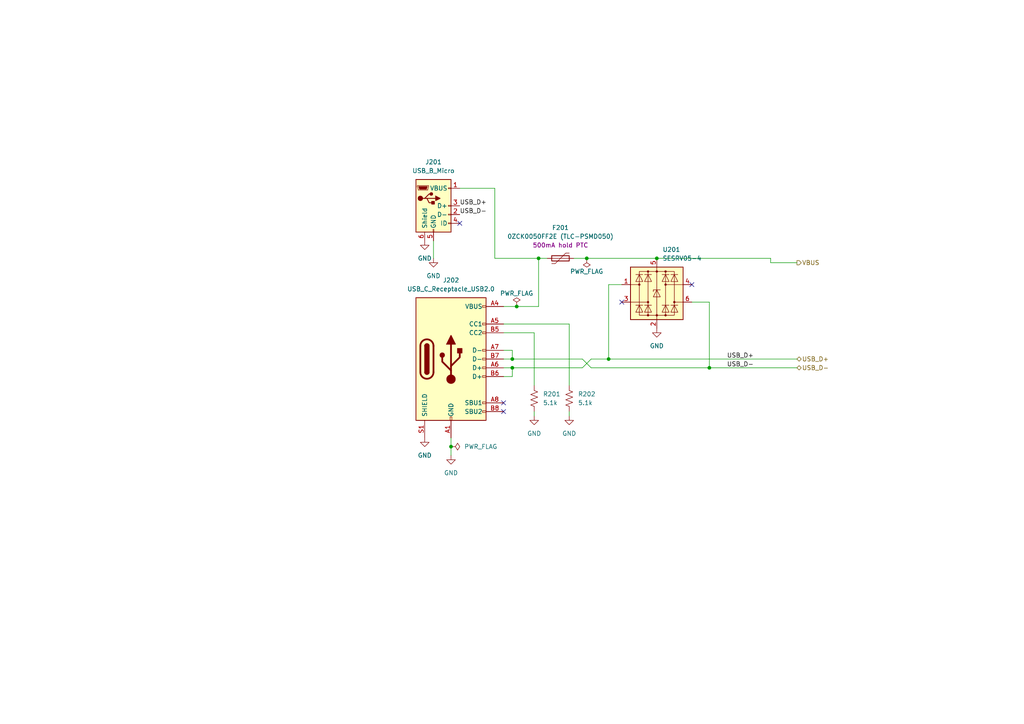
<source format=kicad_sch>
(kicad_sch (version 20231120) (generator "eeschema") (generator_version "8.0")
  (paper "A4")
  (title_block (title "ESP-Flash") (date "2023-02-15") (rev "v1.2.0") (company "OSH"))
  (lib_symbols
    (symbol "Connector:USB_B_Micro" (pin_names (offset 1.016))
      (property "Reference" "J" (at -5.08 11.43 0))
      (property "Value" "USB_B_Micro" (at -5.08 8.89 0))
      (symbol "USB_B_Micro_0_1"
        (rectangle (start -5.08 -7.62) (end 5.08 7.62) (stroke (width 0.254)) (fill (type background)))
        (circle (center -3.81 2.159) (radius 0.635) (stroke (width 0.254)) (fill (type outline)))
        (circle (center -0.635 3.429) (radius 0.381) (stroke (width 0.254)) (fill (type outline)))
        (rectangle (start -0.127 -7.62) (end 0.127 -6.858))
        (polyline (pts (xy -1.905 2.159) (xy 0.635 2.159)) (stroke (width 0.254)))
        (polyline (pts (xy -3.175 2.159) (xy -2.54 2.159) (xy -1.27 3.429) (xy -0.635 3.429)) (stroke (width 0.254)))
        (polyline (pts (xy -2.54 2.159) (xy -1.905 2.159) (xy -1.27 0.889) (xy 0 0.889)) (stroke (width 0.254)))
        (polyline (pts (xy 0.635 2.794) (xy 0.635 1.524) (xy 1.905 2.159) (xy 0.635 2.794)) (stroke (width 0.254)) (fill (type outline)))
        (polyline (pts (xy -4.318 5.588) (xy -1.778 5.588) (xy -2.032 4.826) (xy -4.064 4.826) (xy -4.318 5.588)) (fill (type outline)))
        (polyline (pts (xy -4.699 5.842) (xy -4.699 5.588) (xy -4.445 4.826) (xy -4.445 4.572) (xy -1.651 4.572) (xy -1.651 4.826) (xy -1.397 5.588) (xy -1.397 5.842) (xy -4.699 5.842)))
        (rectangle (start 0.254 1.27) (end -0.508 0.508) (stroke (width 0.254)) (fill (type outline)))
        (rectangle (start 5.08 -5.207) (end 4.318 -4.953))
        (rectangle (start 5.08 -2.667) (end 4.318 -2.413))
        (rectangle (start 5.08 -0.127) (end 4.318 0.127))
        (rectangle (start 5.08 4.953) (end 4.318 5.207))
      )
      (symbol "USB_B_Micro_1_1"
        (pin power_out line (at 7.62 5.08 180) (length 2.54) (name "VBUS") (number "1"))
        (pin bidirectional line (at 7.62 -2.54 180) (length 2.54) (name "D-") (number "2"))
        (pin bidirectional line (at 7.62 0 180) (length 2.54) (name "D+") (number "3"))
        (pin passive line (at 7.62 -5.08 180) (length 2.54) (name "ID") (number "4"))
        (pin power_out line (at 0 -10.16 90) (length 2.54) (name "GND") (number "5"))
        (pin passive line (at -2.54 -10.16 90) (length 2.54) (name "Shield") (number "6"))
      )
    )
    (symbol "Connector:USB_C_Receptacle_USB2.0" (pin_names (offset 1.016))
      (property "Reference" "J" (at -10.16 19.05 0))
      (property "Value" "USB_C_Receptacle_USB2.0" (at 19.05 19.05 0))
      (symbol "USB_C_Receptacle_USB2.0_0_0"
        (rectangle (start -0.254 -17.78) (end 0.254 -16.764))
        (rectangle (start 10.16 -14.986) (end 9.144 -15.494))
        (rectangle (start 10.16 -12.446) (end 9.144 -12.954))
        (rectangle (start 10.16 -4.826) (end 9.144 -5.334))
        (rectangle (start 10.16 -2.286) (end 9.144 -2.794))
        (rectangle (start 10.16 0.254) (end 9.144 -0.254))
        (rectangle (start 10.16 2.794) (end 9.144 2.286))
        (rectangle (start 10.16 7.874) (end 9.144 7.366))
        (rectangle (start 10.16 10.414) (end 9.144 9.906))
        (rectangle (start 10.16 15.494) (end 9.144 14.986))
      )
      (symbol "USB_C_Receptacle_USB2.0_0_1"
        (rectangle (start -10.16 17.78) (end 10.16 -17.78) (stroke (width 0.254)) (fill (type background)))
        (arc (start -8.89 -3.81) (mid -6.985 -5.7067) (end -5.08 -3.81) (stroke (width 0.508)))
        (arc (start -7.62 -3.81) (mid -6.985 -4.4423) (end -6.35 -3.81) (stroke (width 0.254)))
        (arc (start -7.62 -3.81) (mid -6.985 -4.4423) (end -6.35 -3.81) (stroke (width 0.254)) (fill (type outline)))
        (rectangle (start -7.62 -3.81) (end -6.35 3.81) (stroke (width 0.254)) (fill (type outline)))
        (arc (start -6.35 3.81) (mid -6.985 4.4423) (end -7.62 3.81) (stroke (width 0.254)))
        (arc (start -6.35 3.81) (mid -6.985 4.4423) (end -7.62 3.81) (stroke (width 0.254)) (fill (type outline)))
        (arc (start -5.08 3.81) (mid -6.985 5.7067) (end -8.89 3.81) (stroke (width 0.508)))
        (circle (center -2.54 1.143) (radius 0.635) (stroke (width 0.254)) (fill (type outline)))
        (circle (center 0 -5.842) (radius 1.27) (fill (type outline)))
        (polyline (pts (xy -8.89 -3.81) (xy -8.89 3.81)) (stroke (width 0.508)))
        (polyline (pts (xy -5.08 3.81) (xy -5.08 -3.81)) (stroke (width 0.508)))
        (polyline (pts (xy 0 -5.842) (xy 0 4.318)) (stroke (width 0.508)))
        (polyline (pts (xy 0 -3.302) (xy -2.54 -0.762) (xy -2.54 0.508)) (stroke (width 0.508)))
        (polyline (pts (xy 0 -2.032) (xy 2.54 0.508) (xy 2.54 1.778)) (stroke (width 0.508)))
        (polyline (pts (xy -1.27 4.318) (xy 0 6.858) (xy 1.27 4.318) (xy -1.27 4.318)) (stroke (width 0.254)) (fill (type outline)))
        (rectangle (start 1.905 1.778) (end 3.175 3.048) (stroke (width 0.254)) (fill (type outline)))
      )
      (symbol "USB_C_Receptacle_USB2.0_1_1"
        (pin passive line (at 0 -22.86 90) (length 5.08) (name "GND") (number "A1"))
        (pin passive line (at 0 -22.86 90) (length 5.08) hide (name "GND") (number "A12"))
        (pin passive line (at 15.24 15.24 180) (length 5.08) (name "VBUS") (number "A4"))
        (pin bidirectional line (at 15.24 10.16 180) (length 5.08) (name "CC1") (number "A5"))
        (pin bidirectional line (at 15.24 -2.54 180) (length 5.08) (name "D+") (number "A6"))
        (pin bidirectional line (at 15.24 2.54 180) (length 5.08) (name "D-") (number "A7"))
        (pin bidirectional line (at 15.24 -12.7 180) (length 5.08) (name "SBU1") (number "A8"))
        (pin passive line (at 15.24 15.24 180) (length 5.08) hide (name "VBUS") (number "A9"))
        (pin passive line (at 0 -22.86 90) (length 5.08) hide (name "GND") (number "B1"))
        (pin passive line (at 0 -22.86 90) (length 5.08) hide (name "GND") (number "B12"))
        (pin passive line (at 15.24 15.24 180) (length 5.08) hide (name "VBUS") (number "B4"))
        (pin bidirectional line (at 15.24 7.62 180) (length 5.08) (name "CC2") (number "B5"))
        (pin bidirectional line (at 15.24 -5.08 180) (length 5.08) (name "D+") (number "B6"))
        (pin bidirectional line (at 15.24 0 180) (length 5.08) (name "D-") (number "B7"))
        (pin bidirectional line (at 15.24 -15.24 180) (length 5.08) (name "SBU2") (number "B8"))
        (pin passive line (at 15.24 15.24 180) (length 5.08) hide (name "VBUS") (number "B9"))
        (pin passive line (at -7.62 -22.86 90) (length 5.08) (name "SHIELD") (number "S1"))
      )
    )
    (symbol "Device:Polyfuse" (pin_numbers hide) (pin_names (offset 0))
      (property "Reference" "F" (at -2.54 0 90))
      (property "Value" "Polyfuse" (at 2.54 0 90))
      (symbol "Polyfuse_0_1"
        (rectangle (start -0.762 2.54) (end 0.762 -2.54) (stroke (width 0.254)))
        (polyline (pts (xy 0 2.54) (xy 0 -2.54)))
        (polyline (pts (xy -1.524 2.54) (xy -1.524 1.524) (xy 1.524 -1.524) (xy 1.524 -2.54)))
      )
      (symbol "Polyfuse_1_1"
        (pin passive line (at 0 3.81 270) (length 1.27) (name "~") (number "1"))
        (pin passive line (at 0 -3.81 90) (length 1.27) (name "~") (number "2"))
      )
    )
    (symbol "Device:R_US" (pin_numbers hide) (pin_names (offset 0))
      (property "Reference" "R" (at 2.54 0 90))
      (property "Value" "R_US" (at -2.54 0 90))
      (symbol "R_US_0_1"
        (polyline (pts (xy 0 -2.286) (xy 0 -2.54)))
        (polyline (pts (xy 0 2.286) (xy 0 2.54)))
        (polyline (pts (xy 0 -0.762) (xy 1.016 -1.143) (xy 0 -1.524) (xy -1.016 -1.905) (xy 0 -2.286)))
        (polyline (pts (xy 0 0.762) (xy 1.016 0.381) (xy 0 0) (xy -1.016 -0.381) (xy 0 -0.762)))
        (polyline (pts (xy 0 2.286) (xy 1.016 1.905) (xy 0 1.524) (xy -1.016 1.143) (xy 0 0.762)))
      )
      (symbol "R_US_1_1"
        (pin passive line (at 0 3.81 270) (length 1.27) (name "~") (number "1"))
        (pin passive line (at 0 -3.81 90) (length 1.27) (name "~") (number "2"))
      )
    )
    (symbol "Power_Protection_custom:SESRV05-4" (pin_names hide)
      (property "Reference" "U" (at 2.54 8.89 0))
      (property "Value" "SESRV05-4" (at 2.54 -8.89 0))
      (symbol "SESRV05-4_0_1"
        (rectangle (start -7.62 7.62) (end 7.62 -7.62) (stroke (width 0.254)) (fill (type background)))
        (circle (center -5.08 2.54) (radius 0.254) (fill (type outline)))
        (circle (center -2.54 -6.35) (radius 0.254) (fill (type outline)))
        (circle (center -2.54 -2.54) (radius 0.254) (fill (type outline)))
        (circle (center -2.54 6.35) (radius 0.254) (fill (type outline)))
        (rectangle (start -2.54 6.35) (end 2.54 -6.35))
        (circle (center 0 -6.35) (radius 0.254) (fill (type outline)))
        (polyline (pts (xy -5.08 2.54) (xy -7.62 2.54)))
        (polyline (pts (xy -4.064 -3.429) (xy -6.096 -3.429)))
        (polyline (pts (xy -4.064 5.461) (xy -6.096 5.461)))
        (polyline (pts (xy -2.54 -2.54) (xy -7.62 -2.54)))
        (polyline (pts (xy -1.524 -3.429) (xy -3.556 -3.429)))
        (polyline (pts (xy -1.524 5.461) (xy -3.556 5.461)))
        (polyline (pts (xy 0 -7.62) (xy 0 -6.35)))
        (polyline (pts (xy 0 -6.35) (xy 0 1.27)))
        (polyline (pts (xy 0 1.27) (xy 0 6.35)))
        (polyline (pts (xy 0 6.35) (xy 0 7.62)))
        (polyline (pts (xy 1.524 -3.429) (xy 3.556 -3.429)))
        (polyline (pts (xy 1.524 5.461) (xy 3.556 5.461)))
        (polyline (pts (xy 2.54 2.54) (xy 7.62 2.54)))
        (polyline (pts (xy 4.064 -3.429) (xy 6.096 -3.429)))
        (polyline (pts (xy 4.064 5.461) (xy 6.096 5.461)))
        (polyline (pts (xy 5.08 -2.54) (xy 7.62 -2.54)))
        (polyline (pts (xy -6.096 -5.461) (xy -4.064 -5.461) (xy -5.08 -3.429) (xy -6.096 -5.461)))
        (polyline (pts (xy -6.096 3.429) (xy -4.064 3.429) (xy -5.08 5.461) (xy -6.096 3.429)))
        (polyline (pts (xy -3.556 -5.461) (xy -1.524 -5.461) (xy -2.54 -3.429) (xy -3.556 -5.461)))
        (polyline (pts (xy -3.556 3.429) (xy -1.524 3.429) (xy -2.54 5.461) (xy -3.556 3.429)))
        (polyline (pts (xy -2.54 6.35) (xy -5.08 6.35) (xy -5.08 -6.35) (xy -2.54 -6.35)))
        (polyline (pts (xy -1.016 -1.016) (xy 1.016 -1.016) (xy 0 1.016) (xy -1.016 -1.016)))
        (polyline (pts (xy 1.016 1.016) (xy 0.762 1.016) (xy -1.016 1.016) (xy -1.016 0.508)))
        (polyline (pts (xy 2.54 6.35) (xy 5.08 6.35) (xy 5.08 -6.35) (xy 2.54 -6.35)))
        (polyline (pts (xy 3.556 -5.461) (xy 1.524 -5.461) (xy 2.54 -3.429) (xy 3.556 -5.461)))
        (polyline (pts (xy 3.556 3.429) (xy 1.524 3.429) (xy 2.54 5.461) (xy 3.556 3.429)))
        (polyline (pts (xy 6.096 -5.461) (xy 4.064 -5.461) (xy 5.08 -3.429) (xy 6.096 -5.461)))
        (polyline (pts (xy 6.096 3.429) (xy 4.064 3.429) (xy 5.08 5.461) (xy 6.096 3.429)))
        (circle (center 0 6.35) (radius 0.254) (fill (type outline)))
        (circle (center 2.54 -6.35) (radius 0.254) (fill (type outline)))
        (circle (center 2.54 2.54) (radius 0.254) (fill (type outline)))
        (circle (center 2.54 6.35) (radius 0.254) (fill (type outline)))
        (circle (center 5.08 -2.54) (radius 0.254) (fill (type outline)))
      )
      (symbol "SESRV05-4_1_1"
        (pin passive line (at -10.16 2.54 0) (length 2.54) (name "I/O1") (number "1"))
        (pin passive line (at 0 -10.16 90) (length 2.54) (name "GND") (number "2"))
        (pin passive line (at -10.16 -2.54 0) (length 2.54) (name "I/O2") (number "3"))
        (pin passive line (at 10.16 2.54 180) (length 2.54) (name "I/O3") (number "4"))
        (pin passive line (at 0 10.16 270) (length 2.54) (name "VBUS") (number "5"))
        (pin passive line (at 10.16 -2.54 180) (length 2.54) (name "I/O4") (number "6"))
      )
    )
    (symbol "power:GND" (power) (pin_names (offset 0))
      (property "Value" "GND" (at 0 -3.81 0))
      (symbol "GND_0_1"
        (polyline (pts (xy 0 0) (xy 0 -1.27) (xy 1.27 -1.27) (xy 0 -2.54) (xy -1.27 -1.27) (xy 0 -1.27)))
      )
      (symbol "GND_1_1"
        (pin power_in line (at 0 0 270) (length 0) hide (name "GND") (number "1"))
      )
    )
    (symbol "power:PWR_FLAG" (power) (pin_numbers hide) (pin_names (offset 0) hide)
      (property "Value" "PWR_FLAG" (at 0 3.81 0))
      (symbol "PWR_FLAG_0_0"
        (pin power_out line (at 0 0 90) (length 0) (name "pwr") (number "1"))
      )
      (symbol "PWR_FLAG_0_1"
        (polyline (pts (xy 0 0) (xy 0 1.27) (xy -1.016 1.905) (xy 0 2.54) (xy 1.016 1.905) (xy 0 1.27)))
      )
    )
  )
  (junction (at 190.5 74.93))
  (junction (at 170.18 74.93))
  (junction (at 156.21 74.93))
  (junction (at 148.59 106.68))
  (junction (at 148.59 104.14))
  (junction (at 130.81 129.54))
  (junction (at 149.86 88.9))
  (junction (at 205.74 106.68))
  (junction (at 176.53 104.14))
  (no_connect (at 133.35 64.77))
  (no_connect (at 146.05 119.38))
  (no_connect (at 180.34 87.63))
  (no_connect (at 146.05 116.84))
  (no_connect (at 200.66 82.55))
  (wire (pts (xy 171.45 104.14) (xy 168.91 106.68)))
  (wire (pts (xy 176.53 82.55) (xy 176.53 104.14)))
  (wire (pts (xy 148.59 109.22) (xy 148.59 106.68)))
  (wire (pts (xy 125.73 74.93) (xy 125.73 69.85)))
  (wire (pts (xy 165.1 93.98) (xy 165.1 111.76)))
  (wire (pts (xy 146.05 93.98) (xy 165.1 93.98)))
  (wire (pts (xy 171.45 104.14) (xy 176.53 104.14)))
  (wire (pts (xy 146.05 96.52) (xy 154.94 96.52)))
  (wire (pts (xy 146.05 109.22) (xy 148.59 109.22)))
  (wire (pts (xy 146.05 106.68) (xy 148.59 106.68)))
  (wire (pts (xy 165.1 120.65) (xy 165.1 119.38)))
  (wire (pts (xy 146.05 104.14) (xy 148.59 104.14)))
  (wire (pts (xy 171.45 106.68) (xy 168.91 104.14)))
  (wire (pts (xy 200.66 87.63) (xy 205.74 87.63)))
  (wire (pts (xy 176.53 104.14) (xy 231.14 104.14)))
  (wire (pts (xy 223.52 76.2) (xy 231.14 76.2)))
  (wire (pts (xy 146.05 101.6) (xy 148.59 101.6)))
  (wire (pts (xy 205.74 106.68) (xy 231.14 106.68)))
  (wire (pts (xy 149.86 88.9) (xy 156.21 88.9)))
  (wire (pts (xy 130.81 127) (xy 130.81 129.54)))
  (wire (pts (xy 205.74 87.63) (xy 205.74 106.68)))
  (wire (pts (xy 223.52 74.93) (xy 223.52 76.2)))
  (wire (pts (xy 154.94 96.52) (xy 154.94 111.76)))
  (wire (pts (xy 154.94 120.65) (xy 154.94 119.38)))
  (wire (pts (xy 130.81 129.54) (xy 130.81 132.08)))
  (wire (pts (xy 166.37 74.93) (xy 170.18 74.93)))
  (wire (pts (xy 143.51 74.93) (xy 156.21 74.93)))
  (wire (pts (xy 156.21 88.9) (xy 156.21 74.93)))
  (wire (pts (xy 168.91 104.14) (xy 148.59 104.14)))
  (wire (pts (xy 156.21 74.93) (xy 158.75 74.93)))
  (wire (pts (xy 168.91 106.68) (xy 148.59 106.68)))
  (wire (pts (xy 176.53 82.55) (xy 180.34 82.55)))
  (wire (pts (xy 133.35 54.61) (xy 143.51 54.61)))
  (wire (pts (xy 143.51 54.61) (xy 143.51 74.93)))
  (wire (pts (xy 146.05 88.9) (xy 149.86 88.9)))
  (wire (pts (xy 148.59 101.6) (xy 148.59 104.14)))
  (wire (pts (xy 170.18 74.93) (xy 190.5 74.93)))
  (wire (pts (xy 171.45 106.68) (xy 205.74 106.68)))
  (wire (pts (xy 190.5 74.93) (xy 223.52 74.93)))
  (label "USB_D+" (at 133.35 59.69 0))
  (label "USB_D-" (at 210.82 106.68 0))
  (label "USB_D-" (at 133.35 62.23 0))
  (label "USB_D+" (at 210.82 104.14 0))
  (hierarchical_label "USB_D-" (shape bidirectional) (at 231.14 106.68 0))
  (hierarchical_label "VBUS" (shape output) (at 231.14 76.2 0))
  (hierarchical_label "USB_D+" (shape bidirectional) (at 231.14 104.14 0))
  (symbol (lib_id "power:GND") (at 123.19 127 0) (unit 1)
    (property "Reference" "#PWR202" (effects (hide yes)))
    (property "Value" "GND" (at 123.19 132.08 0))
  )
  (symbol (lib_id "Connector:USB_B_Micro") (at 125.73 59.69 0) (unit 1)
    (property "Reference" "J201" (at 125.73 46.99 0))
    (property "Value" "USB_B_Micro" (at 125.73 49.53 0))
    (property "Footprint" "Connector_USB_custom:USB_Micro-B_Amphenol_10118194_Horizontal" (effects (hide yes)))
    (property "Datasheet" "https://datasheet.lcsc.com/lcsc/1811131822_Amphenol-ICC-10118194-0001LF_C132563.pdf" (effects (hide yes)))
    (property "LCSC" "C132563" (effects (hide yes)))
    (property "JLCPCB_CORRECTION" "0;-0.05;0" (effects (hide yes)))
  )
  (symbol (lib_id "Device:Polyfuse") (at 162.56 74.93 270) (unit 1)
    (property "Reference" "F201" (at 162.56 66.04 90))
    (property "Value" "0ZCK0050FF2E (TLC-PSMD050)" (at 162.56 68.58 90))
    (property "Footprint" "Fuse:Fuse_0805_2012Metric_Pad1.15x1.40mm_HandSolder" (effects (hide yes)))
    (property "Desc" "500mA hold PTC" (at 162.56 71.12 90))
    (property "LCSC" "C516070" (effects (hide yes)))
  )
  (symbol (lib_id "power:GND") (at 165.1 120.65 0) (unit 1)
    (property "Reference" "#PWR206" (effects (hide yes)))
    (property "Value" "GND" (at 165.1 125.73 0))
  )
  (symbol (lib_id "power:GND") (at 154.94 120.65 0) (unit 1)
    (property "Reference" "#PWR205" (effects (hide yes)))
    (property "Value" "GND" (at 154.94 125.73 0))
  )
  (symbol (lib_id "power:GND") (at 123.19 69.85 0) (unit 1)
    (property "Reference" "#PWR201" (effects (hide yes)))
    (property "Value" "GND" (at 123.19 74.93 0))
  )
  (symbol (lib_id "Power_Protection_custom:SESRV05-4") (at 190.5 85.09 0) (unit 1)
    (property "Reference" "U201" (at 192.1511 72.39 0) (effects (justify left)))
    (property "Value" "SESRV05-4" (at 192.1511 74.93 0) (effects (justify left)))
    (property "Footprint" "Package_TO_SOT_SMD:SOT-23-6" (effects (hide yes)))
    (property "Datasheet" "https://datasheet.lcsc.com/lcsc/1912111437_SEMIWARE-SESRV05-4_C294963.pdf" (effects (hide yes)))
    (property "LCSC" "C294963" (effects (hide yes)))
    (property "JLCPCB_CORRECTION" "0;0;180" (effects (hide yes)))
  )
  (symbol (lib_id "Connector:USB_C_Receptacle_USB2.0") (at 130.81 104.14 0) (unit 1)
    (property "Reference" "J202" (at 130.81 81.28 0))
    (property "Value" "USB_C_Receptacle_USB2.0" (at 130.81 83.82 0))
    (property "Footprint" "Connector_USB:USB_C_Receptacle_HRO_TYPE-C-31-M-12" (effects (hide yes)))
    (property "Datasheet" "https://www.usb.org/sites/default/files/documents/usb_type-c.zip" (effects (hide yes)))
    (property "LCSC" "C165948" (effects (hide yes)))
    (property "JLCPCB_CORRECTION" "0;-1.42;0" (effects (hide yes)))
  )
  (symbol (lib_id "power:GND") (at 190.5 95.25 0) (unit 1)
    (property "Reference" "#PWR207" (effects (hide yes)))
    (property "Value" "GND" (at 190.5 100.33 0))
  )
  (symbol (lib_id "power:GND") (at 130.81 132.08 0) (unit 1)
    (property "Reference" "#PWR204" (effects (hide yes)))
    (property "Value" "GND" (at 130.81 137.16 0))
  )
  (symbol (lib_id "power:PWR_FLAG") (at 130.81 129.54 270) (unit 1)
    (property "Reference" "#FLG201" (effects (hide yes)))
    (property "Value" "PWR_FLAG" (at 134.62 129.5399 90) (effects (justify left)))
  )
  (symbol (lib_id "Device:R_US") (at 154.94 115.57 180) (unit 1)
    (property "Reference" "R201" (at 157.48 114.2999 0) (effects (justify right)))
    (property "Value" "5.1k" (at 157.48 116.8399 0) (effects (justify right)))
    (property "Footprint" "Resistor_SMD:R_0603_1608Metric" (effects (hide yes)))
    (property "LCSC" "C23186" (effects (hide yes)))
  )
  (symbol (lib_id "power:GND") (at 125.73 74.93 0) (unit 1)
    (property "Reference" "#PWR203" (effects (hide yes)))
    (property "Value" "GND" (at 125.73 80.01 0))
  )
  (symbol (lib_id "power:PWR_FLAG") (at 149.86 88.9 0) (unit 1)
    (property "Reference" "#FLG202" (effects (hide yes)))
    (property "Value" "PWR_FLAG" (at 149.86 85.0899 0))
  )
  (symbol (lib_id "power:PWR_FLAG") (at 170.18 74.93 180) (unit 1)
    (property "Reference" "#FLG203" (effects (hide yes)))
    (property "Value" "PWR_FLAG" (at 170.18 78.7401 0))
  )
  (symbol (lib_id "Device:R_US") (at 165.1 115.57 180) (unit 1)
    (property "Reference" "R202" (at 167.64 114.2999 0) (effects (justify right)))
    (property "Value" "5.1k" (at 167.64 116.8399 0) (effects (justify right)))
    (property "Footprint" "Resistor_SMD:R_0603_1608Metric" (effects (hide yes)))
    (property "LCSC" "C23186" (effects (hide yes)))
  )
)
</source>
